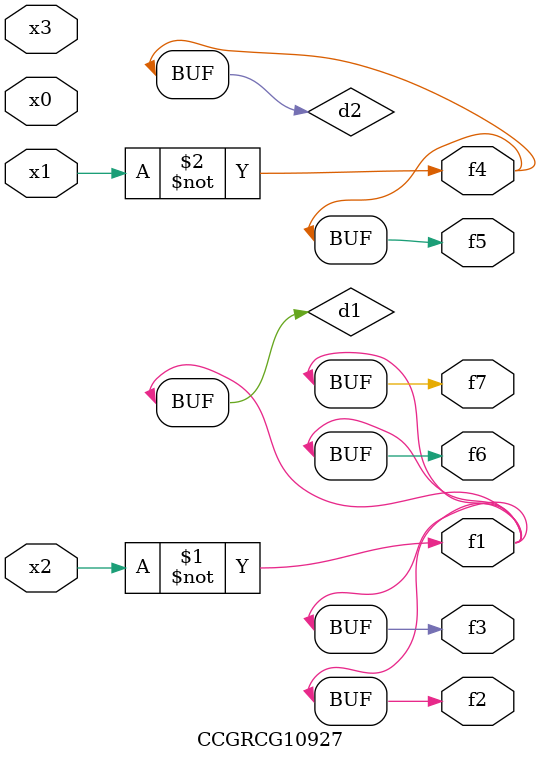
<source format=v>
module CCGRCG10927(
	input x0, x1, x2, x3,
	output f1, f2, f3, f4, f5, f6, f7
);

	wire d1, d2;

	xnor (d1, x2);
	not (d2, x1);
	assign f1 = d1;
	assign f2 = d1;
	assign f3 = d1;
	assign f4 = d2;
	assign f5 = d2;
	assign f6 = d1;
	assign f7 = d1;
endmodule

</source>
